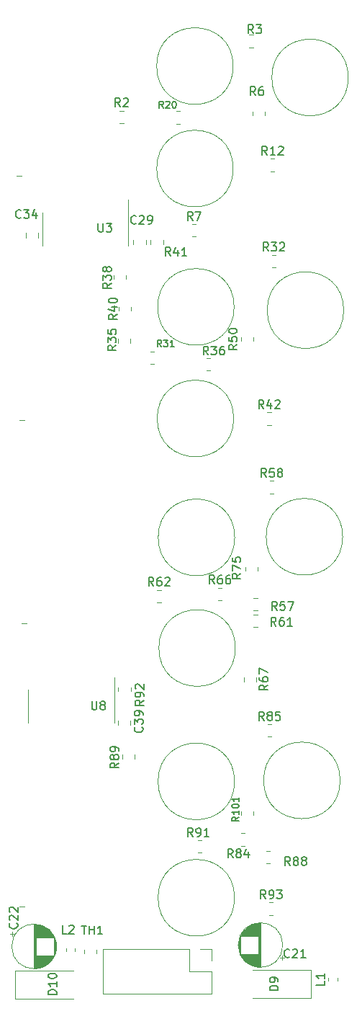
<source format=gbr>
%TF.GenerationSoftware,KiCad,Pcbnew,(6.0.2-0)*%
%TF.CreationDate,2022-04-19T15:29:28+02:00*%
%TF.ProjectId,blindeTaube,626c696e-6465-4546-9175-62652e6b6963,rev?*%
%TF.SameCoordinates,Original*%
%TF.FileFunction,Legend,Top*%
%TF.FilePolarity,Positive*%
%FSLAX46Y46*%
G04 Gerber Fmt 4.6, Leading zero omitted, Abs format (unit mm)*
G04 Created by KiCad (PCBNEW (6.0.2-0)) date 2022-04-19 15:29:28*
%MOMM*%
%LPD*%
G01*
G04 APERTURE LIST*
%ADD10C,0.150000*%
%ADD11C,0.120000*%
G04 APERTURE END LIST*
D10*
%TO.C,R6*%
X80183333Y-36752380D02*
X79850000Y-36276190D01*
X79611904Y-36752380D02*
X79611904Y-35752380D01*
X79992857Y-35752380D01*
X80088095Y-35800000D01*
X80135714Y-35847619D01*
X80183333Y-35942857D01*
X80183333Y-36085714D01*
X80135714Y-36180952D01*
X80088095Y-36228571D01*
X79992857Y-36276190D01*
X79611904Y-36276190D01*
X81040476Y-35752380D02*
X80850000Y-35752380D01*
X80754761Y-35800000D01*
X80707142Y-35847619D01*
X80611904Y-35990476D01*
X80564285Y-36180952D01*
X80564285Y-36561904D01*
X80611904Y-36657142D01*
X80659523Y-36704761D01*
X80754761Y-36752380D01*
X80945238Y-36752380D01*
X81040476Y-36704761D01*
X81088095Y-36657142D01*
X81135714Y-36561904D01*
X81135714Y-36323809D01*
X81088095Y-36228571D01*
X81040476Y-36180952D01*
X80945238Y-36133333D01*
X80754761Y-36133333D01*
X80659523Y-36180952D01*
X80611904Y-36228571D01*
X80564285Y-36323809D01*
%TO.C,R32*%
X81707142Y-55052380D02*
X81373809Y-54576190D01*
X81135714Y-55052380D02*
X81135714Y-54052380D01*
X81516666Y-54052380D01*
X81611904Y-54100000D01*
X81659523Y-54147619D01*
X81707142Y-54242857D01*
X81707142Y-54385714D01*
X81659523Y-54480952D01*
X81611904Y-54528571D01*
X81516666Y-54576190D01*
X81135714Y-54576190D01*
X82040476Y-54052380D02*
X82659523Y-54052380D01*
X82326190Y-54433333D01*
X82469047Y-54433333D01*
X82564285Y-54480952D01*
X82611904Y-54528571D01*
X82659523Y-54623809D01*
X82659523Y-54861904D01*
X82611904Y-54957142D01*
X82564285Y-55004761D01*
X82469047Y-55052380D01*
X82183333Y-55052380D01*
X82088095Y-55004761D01*
X82040476Y-54957142D01*
X83040476Y-54147619D02*
X83088095Y-54100000D01*
X83183333Y-54052380D01*
X83421428Y-54052380D01*
X83516666Y-54100000D01*
X83564285Y-54147619D01*
X83611904Y-54242857D01*
X83611904Y-54338095D01*
X83564285Y-54480952D01*
X82992857Y-55052380D01*
X83611904Y-55052380D01*
%TO.C,C34*%
X52607142Y-51107142D02*
X52559523Y-51154761D01*
X52416666Y-51202380D01*
X52321428Y-51202380D01*
X52178571Y-51154761D01*
X52083333Y-51059523D01*
X52035714Y-50964285D01*
X51988095Y-50773809D01*
X51988095Y-50630952D01*
X52035714Y-50440476D01*
X52083333Y-50345238D01*
X52178571Y-50250000D01*
X52321428Y-50202380D01*
X52416666Y-50202380D01*
X52559523Y-50250000D01*
X52607142Y-50297619D01*
X52940476Y-50202380D02*
X53559523Y-50202380D01*
X53226190Y-50583333D01*
X53369047Y-50583333D01*
X53464285Y-50630952D01*
X53511904Y-50678571D01*
X53559523Y-50773809D01*
X53559523Y-51011904D01*
X53511904Y-51107142D01*
X53464285Y-51154761D01*
X53369047Y-51202380D01*
X53083333Y-51202380D01*
X52988095Y-51154761D01*
X52940476Y-51107142D01*
X54416666Y-50535714D02*
X54416666Y-51202380D01*
X54178571Y-50154761D02*
X53940476Y-50869047D01*
X54559523Y-50869047D01*
%TO.C,C29*%
X66157142Y-51782142D02*
X66109523Y-51829761D01*
X65966666Y-51877380D01*
X65871428Y-51877380D01*
X65728571Y-51829761D01*
X65633333Y-51734523D01*
X65585714Y-51639285D01*
X65538095Y-51448809D01*
X65538095Y-51305952D01*
X65585714Y-51115476D01*
X65633333Y-51020238D01*
X65728571Y-50925000D01*
X65871428Y-50877380D01*
X65966666Y-50877380D01*
X66109523Y-50925000D01*
X66157142Y-50972619D01*
X66538095Y-50972619D02*
X66585714Y-50925000D01*
X66680952Y-50877380D01*
X66919047Y-50877380D01*
X67014285Y-50925000D01*
X67061904Y-50972619D01*
X67109523Y-51067857D01*
X67109523Y-51163095D01*
X67061904Y-51305952D01*
X66490476Y-51877380D01*
X67109523Y-51877380D01*
X67585714Y-51877380D02*
X67776190Y-51877380D01*
X67871428Y-51829761D01*
X67919047Y-51782142D01*
X68014285Y-51639285D01*
X68061904Y-51448809D01*
X68061904Y-51067857D01*
X68014285Y-50972619D01*
X67966666Y-50925000D01*
X67871428Y-50877380D01*
X67680952Y-50877380D01*
X67585714Y-50925000D01*
X67538095Y-50972619D01*
X67490476Y-51067857D01*
X67490476Y-51305952D01*
X67538095Y-51401190D01*
X67585714Y-51448809D01*
X67680952Y-51496428D01*
X67871428Y-51496428D01*
X67966666Y-51448809D01*
X68014285Y-51401190D01*
X68061904Y-51305952D01*
%TO.C,C22*%
X52122342Y-134043657D02*
X52169961Y-134091276D01*
X52217580Y-134234133D01*
X52217580Y-134329371D01*
X52169961Y-134472228D01*
X52074723Y-134567466D01*
X51979485Y-134615085D01*
X51789009Y-134662704D01*
X51646152Y-134662704D01*
X51455676Y-134615085D01*
X51360438Y-134567466D01*
X51265200Y-134472228D01*
X51217580Y-134329371D01*
X51217580Y-134234133D01*
X51265200Y-134091276D01*
X51312819Y-134043657D01*
X51312819Y-133662704D02*
X51265200Y-133615085D01*
X51217580Y-133519847D01*
X51217580Y-133281752D01*
X51265200Y-133186514D01*
X51312819Y-133138895D01*
X51408057Y-133091276D01*
X51503295Y-133091276D01*
X51646152Y-133138895D01*
X52217580Y-133710323D01*
X52217580Y-133091276D01*
X51312819Y-132710323D02*
X51265200Y-132662704D01*
X51217580Y-132567466D01*
X51217580Y-132329371D01*
X51265200Y-132234133D01*
X51312819Y-132186514D01*
X51408057Y-132138895D01*
X51503295Y-132138895D01*
X51646152Y-132186514D01*
X52217580Y-132757942D01*
X52217580Y-132138895D01*
%TO.C,R88*%
X84282142Y-127252380D02*
X83948809Y-126776190D01*
X83710714Y-127252380D02*
X83710714Y-126252380D01*
X84091666Y-126252380D01*
X84186904Y-126300000D01*
X84234523Y-126347619D01*
X84282142Y-126442857D01*
X84282142Y-126585714D01*
X84234523Y-126680952D01*
X84186904Y-126728571D01*
X84091666Y-126776190D01*
X83710714Y-126776190D01*
X84853571Y-126680952D02*
X84758333Y-126633333D01*
X84710714Y-126585714D01*
X84663095Y-126490476D01*
X84663095Y-126442857D01*
X84710714Y-126347619D01*
X84758333Y-126300000D01*
X84853571Y-126252380D01*
X85044047Y-126252380D01*
X85139285Y-126300000D01*
X85186904Y-126347619D01*
X85234523Y-126442857D01*
X85234523Y-126490476D01*
X85186904Y-126585714D01*
X85139285Y-126633333D01*
X85044047Y-126680952D01*
X84853571Y-126680952D01*
X84758333Y-126728571D01*
X84710714Y-126776190D01*
X84663095Y-126871428D01*
X84663095Y-127061904D01*
X84710714Y-127157142D01*
X84758333Y-127204761D01*
X84853571Y-127252380D01*
X85044047Y-127252380D01*
X85139285Y-127204761D01*
X85186904Y-127157142D01*
X85234523Y-127061904D01*
X85234523Y-126871428D01*
X85186904Y-126776190D01*
X85139285Y-126728571D01*
X85044047Y-126680952D01*
X85805952Y-126680952D02*
X85710714Y-126633333D01*
X85663095Y-126585714D01*
X85615476Y-126490476D01*
X85615476Y-126442857D01*
X85663095Y-126347619D01*
X85710714Y-126300000D01*
X85805952Y-126252380D01*
X85996428Y-126252380D01*
X86091666Y-126300000D01*
X86139285Y-126347619D01*
X86186904Y-126442857D01*
X86186904Y-126490476D01*
X86139285Y-126585714D01*
X86091666Y-126633333D01*
X85996428Y-126680952D01*
X85805952Y-126680952D01*
X85710714Y-126728571D01*
X85663095Y-126776190D01*
X85615476Y-126871428D01*
X85615476Y-127061904D01*
X85663095Y-127157142D01*
X85710714Y-127204761D01*
X85805952Y-127252380D01*
X85996428Y-127252380D01*
X86091666Y-127204761D01*
X86139285Y-127157142D01*
X86186904Y-127061904D01*
X86186904Y-126871428D01*
X86139285Y-126776190D01*
X86091666Y-126728571D01*
X85996428Y-126680952D01*
%TO.C,R50*%
X78024980Y-66057257D02*
X77548790Y-66390590D01*
X78024980Y-66628685D02*
X77024980Y-66628685D01*
X77024980Y-66247733D01*
X77072600Y-66152495D01*
X77120219Y-66104876D01*
X77215457Y-66057257D01*
X77358314Y-66057257D01*
X77453552Y-66104876D01*
X77501171Y-66152495D01*
X77548790Y-66247733D01*
X77548790Y-66628685D01*
X77024980Y-65152495D02*
X77024980Y-65628685D01*
X77501171Y-65676304D01*
X77453552Y-65628685D01*
X77405933Y-65533447D01*
X77405933Y-65295352D01*
X77453552Y-65200114D01*
X77501171Y-65152495D01*
X77596409Y-65104876D01*
X77834504Y-65104876D01*
X77929742Y-65152495D01*
X77977361Y-65200114D01*
X78024980Y-65295352D01*
X78024980Y-65533447D01*
X77977361Y-65628685D01*
X77929742Y-65676304D01*
X77024980Y-64485828D02*
X77024980Y-64390590D01*
X77072600Y-64295352D01*
X77120219Y-64247733D01*
X77215457Y-64200114D01*
X77405933Y-64152495D01*
X77644028Y-64152495D01*
X77834504Y-64200114D01*
X77929742Y-64247733D01*
X77977361Y-64295352D01*
X78024980Y-64390590D01*
X78024980Y-64485828D01*
X77977361Y-64581066D01*
X77929742Y-64628685D01*
X77834504Y-64676304D01*
X77644028Y-64723923D01*
X77405933Y-64723923D01*
X77215457Y-64676304D01*
X77120219Y-64628685D01*
X77072600Y-64581066D01*
X77024980Y-64485828D01*
%TO.C,R89*%
X64102380Y-115192857D02*
X63626190Y-115526190D01*
X64102380Y-115764285D02*
X63102380Y-115764285D01*
X63102380Y-115383333D01*
X63150000Y-115288095D01*
X63197619Y-115240476D01*
X63292857Y-115192857D01*
X63435714Y-115192857D01*
X63530952Y-115240476D01*
X63578571Y-115288095D01*
X63626190Y-115383333D01*
X63626190Y-115764285D01*
X63530952Y-114621428D02*
X63483333Y-114716666D01*
X63435714Y-114764285D01*
X63340476Y-114811904D01*
X63292857Y-114811904D01*
X63197619Y-114764285D01*
X63150000Y-114716666D01*
X63102380Y-114621428D01*
X63102380Y-114430952D01*
X63150000Y-114335714D01*
X63197619Y-114288095D01*
X63292857Y-114240476D01*
X63340476Y-114240476D01*
X63435714Y-114288095D01*
X63483333Y-114335714D01*
X63530952Y-114430952D01*
X63530952Y-114621428D01*
X63578571Y-114716666D01*
X63626190Y-114764285D01*
X63721428Y-114811904D01*
X63911904Y-114811904D01*
X64007142Y-114764285D01*
X64054761Y-114716666D01*
X64102380Y-114621428D01*
X64102380Y-114430952D01*
X64054761Y-114335714D01*
X64007142Y-114288095D01*
X63911904Y-114240476D01*
X63721428Y-114240476D01*
X63626190Y-114288095D01*
X63578571Y-114335714D01*
X63530952Y-114430952D01*
X64102380Y-113764285D02*
X64102380Y-113573809D01*
X64054761Y-113478571D01*
X64007142Y-113430952D01*
X63864285Y-113335714D01*
X63673809Y-113288095D01*
X63292857Y-113288095D01*
X63197619Y-113335714D01*
X63150000Y-113383333D01*
X63102380Y-113478571D01*
X63102380Y-113669047D01*
X63150000Y-113764285D01*
X63197619Y-113811904D01*
X63292857Y-113859523D01*
X63530952Y-113859523D01*
X63626190Y-113811904D01*
X63673809Y-113764285D01*
X63721428Y-113669047D01*
X63721428Y-113478571D01*
X63673809Y-113383333D01*
X63626190Y-113335714D01*
X63530952Y-113288095D01*
%TO.C,TH1*%
X59725085Y-134326380D02*
X60296514Y-134326380D01*
X60010800Y-135326380D02*
X60010800Y-134326380D01*
X60629847Y-135326380D02*
X60629847Y-134326380D01*
X60629847Y-134802571D02*
X61201276Y-134802571D01*
X61201276Y-135326380D02*
X61201276Y-134326380D01*
X62201276Y-135326380D02*
X61629847Y-135326380D01*
X61915561Y-135326380D02*
X61915561Y-134326380D01*
X61820323Y-134469238D01*
X61725085Y-134564476D01*
X61629847Y-134612095D01*
%TO.C,R75*%
X78452380Y-92942857D02*
X77976190Y-93276190D01*
X78452380Y-93514285D02*
X77452380Y-93514285D01*
X77452380Y-93133333D01*
X77500000Y-93038095D01*
X77547619Y-92990476D01*
X77642857Y-92942857D01*
X77785714Y-92942857D01*
X77880952Y-92990476D01*
X77928571Y-93038095D01*
X77976190Y-93133333D01*
X77976190Y-93514285D01*
X77452380Y-92609523D02*
X77452380Y-91942857D01*
X78452380Y-92371428D01*
X77452380Y-91085714D02*
X77452380Y-91561904D01*
X77928571Y-91609523D01*
X77880952Y-91561904D01*
X77833333Y-91466666D01*
X77833333Y-91228571D01*
X77880952Y-91133333D01*
X77928571Y-91085714D01*
X78023809Y-91038095D01*
X78261904Y-91038095D01*
X78357142Y-91085714D01*
X78404761Y-91133333D01*
X78452380Y-91228571D01*
X78452380Y-91466666D01*
X78404761Y-91561904D01*
X78357142Y-91609523D01*
%TO.C,R38*%
X63227380Y-58817857D02*
X62751190Y-59151190D01*
X63227380Y-59389285D02*
X62227380Y-59389285D01*
X62227380Y-59008333D01*
X62275000Y-58913095D01*
X62322619Y-58865476D01*
X62417857Y-58817857D01*
X62560714Y-58817857D01*
X62655952Y-58865476D01*
X62703571Y-58913095D01*
X62751190Y-59008333D01*
X62751190Y-59389285D01*
X62227380Y-58484523D02*
X62227380Y-57865476D01*
X62608333Y-58198809D01*
X62608333Y-58055952D01*
X62655952Y-57960714D01*
X62703571Y-57913095D01*
X62798809Y-57865476D01*
X63036904Y-57865476D01*
X63132142Y-57913095D01*
X63179761Y-57960714D01*
X63227380Y-58055952D01*
X63227380Y-58341666D01*
X63179761Y-58436904D01*
X63132142Y-58484523D01*
X62655952Y-57294047D02*
X62608333Y-57389285D01*
X62560714Y-57436904D01*
X62465476Y-57484523D01*
X62417857Y-57484523D01*
X62322619Y-57436904D01*
X62275000Y-57389285D01*
X62227380Y-57294047D01*
X62227380Y-57103571D01*
X62275000Y-57008333D01*
X62322619Y-56960714D01*
X62417857Y-56913095D01*
X62465476Y-56913095D01*
X62560714Y-56960714D01*
X62608333Y-57008333D01*
X62655952Y-57103571D01*
X62655952Y-57294047D01*
X62703571Y-57389285D01*
X62751190Y-57436904D01*
X62846428Y-57484523D01*
X63036904Y-57484523D01*
X63132142Y-57436904D01*
X63179761Y-57389285D01*
X63227380Y-57294047D01*
X63227380Y-57103571D01*
X63179761Y-57008333D01*
X63132142Y-56960714D01*
X63036904Y-56913095D01*
X62846428Y-56913095D01*
X62751190Y-56960714D01*
X62703571Y-57008333D01*
X62655952Y-57103571D01*
%TO.C,R2*%
X64283333Y-38102380D02*
X63950000Y-37626190D01*
X63711904Y-38102380D02*
X63711904Y-37102380D01*
X64092857Y-37102380D01*
X64188095Y-37150000D01*
X64235714Y-37197619D01*
X64283333Y-37292857D01*
X64283333Y-37435714D01*
X64235714Y-37530952D01*
X64188095Y-37578571D01*
X64092857Y-37626190D01*
X63711904Y-37626190D01*
X64664285Y-37197619D02*
X64711904Y-37150000D01*
X64807142Y-37102380D01*
X65045238Y-37102380D01*
X65140476Y-37150000D01*
X65188095Y-37197619D01*
X65235714Y-37292857D01*
X65235714Y-37388095D01*
X65188095Y-37530952D01*
X64616666Y-38102380D01*
X65235714Y-38102380D01*
%TO.C,R66*%
X75369942Y-94153980D02*
X75036609Y-93677790D01*
X74798514Y-94153980D02*
X74798514Y-93153980D01*
X75179466Y-93153980D01*
X75274704Y-93201600D01*
X75322323Y-93249219D01*
X75369942Y-93344457D01*
X75369942Y-93487314D01*
X75322323Y-93582552D01*
X75274704Y-93630171D01*
X75179466Y-93677790D01*
X74798514Y-93677790D01*
X76227085Y-93153980D02*
X76036609Y-93153980D01*
X75941371Y-93201600D01*
X75893752Y-93249219D01*
X75798514Y-93392076D01*
X75750895Y-93582552D01*
X75750895Y-93963504D01*
X75798514Y-94058742D01*
X75846133Y-94106361D01*
X75941371Y-94153980D01*
X76131847Y-94153980D01*
X76227085Y-94106361D01*
X76274704Y-94058742D01*
X76322323Y-93963504D01*
X76322323Y-93725409D01*
X76274704Y-93630171D01*
X76227085Y-93582552D01*
X76131847Y-93534933D01*
X75941371Y-93534933D01*
X75846133Y-93582552D01*
X75798514Y-93630171D01*
X75750895Y-93725409D01*
X77179466Y-93153980D02*
X76988990Y-93153980D01*
X76893752Y-93201600D01*
X76846133Y-93249219D01*
X76750895Y-93392076D01*
X76703276Y-93582552D01*
X76703276Y-93963504D01*
X76750895Y-94058742D01*
X76798514Y-94106361D01*
X76893752Y-94153980D01*
X77084228Y-94153980D01*
X77179466Y-94106361D01*
X77227085Y-94058742D01*
X77274704Y-93963504D01*
X77274704Y-93725409D01*
X77227085Y-93630171D01*
X77179466Y-93582552D01*
X77084228Y-93534933D01*
X76893752Y-93534933D01*
X76798514Y-93582552D01*
X76750895Y-93630171D01*
X76703276Y-93725409D01*
%TO.C,U8*%
X60938095Y-107952380D02*
X60938095Y-108761904D01*
X60985714Y-108857142D01*
X61033333Y-108904761D01*
X61128571Y-108952380D01*
X61319047Y-108952380D01*
X61414285Y-108904761D01*
X61461904Y-108857142D01*
X61509523Y-108761904D01*
X61509523Y-107952380D01*
X62128571Y-108380952D02*
X62033333Y-108333333D01*
X61985714Y-108285714D01*
X61938095Y-108190476D01*
X61938095Y-108142857D01*
X61985714Y-108047619D01*
X62033333Y-108000000D01*
X62128571Y-107952380D01*
X62319047Y-107952380D01*
X62414285Y-108000000D01*
X62461904Y-108047619D01*
X62509523Y-108142857D01*
X62509523Y-108190476D01*
X62461904Y-108285714D01*
X62414285Y-108333333D01*
X62319047Y-108380952D01*
X62128571Y-108380952D01*
X62033333Y-108428571D01*
X61985714Y-108476190D01*
X61938095Y-108571428D01*
X61938095Y-108761904D01*
X61985714Y-108857142D01*
X62033333Y-108904761D01*
X62128571Y-108952380D01*
X62319047Y-108952380D01*
X62414285Y-108904761D01*
X62461904Y-108857142D01*
X62509523Y-108761904D01*
X62509523Y-108571428D01*
X62461904Y-108476190D01*
X62414285Y-108428571D01*
X62319047Y-108380952D01*
%TO.C,R85*%
X81207142Y-110202380D02*
X80873809Y-109726190D01*
X80635714Y-110202380D02*
X80635714Y-109202380D01*
X81016666Y-109202380D01*
X81111904Y-109250000D01*
X81159523Y-109297619D01*
X81207142Y-109392857D01*
X81207142Y-109535714D01*
X81159523Y-109630952D01*
X81111904Y-109678571D01*
X81016666Y-109726190D01*
X80635714Y-109726190D01*
X81778571Y-109630952D02*
X81683333Y-109583333D01*
X81635714Y-109535714D01*
X81588095Y-109440476D01*
X81588095Y-109392857D01*
X81635714Y-109297619D01*
X81683333Y-109250000D01*
X81778571Y-109202380D01*
X81969047Y-109202380D01*
X82064285Y-109250000D01*
X82111904Y-109297619D01*
X82159523Y-109392857D01*
X82159523Y-109440476D01*
X82111904Y-109535714D01*
X82064285Y-109583333D01*
X81969047Y-109630952D01*
X81778571Y-109630952D01*
X81683333Y-109678571D01*
X81635714Y-109726190D01*
X81588095Y-109821428D01*
X81588095Y-110011904D01*
X81635714Y-110107142D01*
X81683333Y-110154761D01*
X81778571Y-110202380D01*
X81969047Y-110202380D01*
X82064285Y-110154761D01*
X82111904Y-110107142D01*
X82159523Y-110011904D01*
X82159523Y-109821428D01*
X82111904Y-109726190D01*
X82064285Y-109678571D01*
X81969047Y-109630952D01*
X83064285Y-109202380D02*
X82588095Y-109202380D01*
X82540476Y-109678571D01*
X82588095Y-109630952D01*
X82683333Y-109583333D01*
X82921428Y-109583333D01*
X83016666Y-109630952D01*
X83064285Y-109678571D01*
X83111904Y-109773809D01*
X83111904Y-110011904D01*
X83064285Y-110107142D01*
X83016666Y-110154761D01*
X82921428Y-110202380D01*
X82683333Y-110202380D01*
X82588095Y-110154761D01*
X82540476Y-110107142D01*
%TO.C,R61*%
X82607142Y-99102380D02*
X82273809Y-98626190D01*
X82035714Y-99102380D02*
X82035714Y-98102380D01*
X82416666Y-98102380D01*
X82511904Y-98150000D01*
X82559523Y-98197619D01*
X82607142Y-98292857D01*
X82607142Y-98435714D01*
X82559523Y-98530952D01*
X82511904Y-98578571D01*
X82416666Y-98626190D01*
X82035714Y-98626190D01*
X83464285Y-98102380D02*
X83273809Y-98102380D01*
X83178571Y-98150000D01*
X83130952Y-98197619D01*
X83035714Y-98340476D01*
X82988095Y-98530952D01*
X82988095Y-98911904D01*
X83035714Y-99007142D01*
X83083333Y-99054761D01*
X83178571Y-99102380D01*
X83369047Y-99102380D01*
X83464285Y-99054761D01*
X83511904Y-99007142D01*
X83559523Y-98911904D01*
X83559523Y-98673809D01*
X83511904Y-98578571D01*
X83464285Y-98530952D01*
X83369047Y-98483333D01*
X83178571Y-98483333D01*
X83083333Y-98530952D01*
X83035714Y-98578571D01*
X82988095Y-98673809D01*
X84511904Y-99102380D02*
X83940476Y-99102380D01*
X84226190Y-99102380D02*
X84226190Y-98102380D01*
X84130952Y-98245238D01*
X84035714Y-98340476D01*
X83940476Y-98388095D01*
%TO.C,C21*%
X84193142Y-137974342D02*
X84145523Y-138021961D01*
X84002666Y-138069580D01*
X83907428Y-138069580D01*
X83764571Y-138021961D01*
X83669333Y-137926723D01*
X83621714Y-137831485D01*
X83574095Y-137641009D01*
X83574095Y-137498152D01*
X83621714Y-137307676D01*
X83669333Y-137212438D01*
X83764571Y-137117200D01*
X83907428Y-137069580D01*
X84002666Y-137069580D01*
X84145523Y-137117200D01*
X84193142Y-137164819D01*
X84574095Y-137164819D02*
X84621714Y-137117200D01*
X84716952Y-137069580D01*
X84955047Y-137069580D01*
X85050285Y-137117200D01*
X85097904Y-137164819D01*
X85145523Y-137260057D01*
X85145523Y-137355295D01*
X85097904Y-137498152D01*
X84526476Y-138069580D01*
X85145523Y-138069580D01*
X86097904Y-138069580D02*
X85526476Y-138069580D01*
X85812190Y-138069580D02*
X85812190Y-137069580D01*
X85716952Y-137212438D01*
X85621714Y-137307676D01*
X85526476Y-137355295D01*
%TO.C,R40*%
X63902380Y-62492857D02*
X63426190Y-62826190D01*
X63902380Y-63064285D02*
X62902380Y-63064285D01*
X62902380Y-62683333D01*
X62950000Y-62588095D01*
X62997619Y-62540476D01*
X63092857Y-62492857D01*
X63235714Y-62492857D01*
X63330952Y-62540476D01*
X63378571Y-62588095D01*
X63426190Y-62683333D01*
X63426190Y-63064285D01*
X63235714Y-61635714D02*
X63902380Y-61635714D01*
X62854761Y-61873809D02*
X63569047Y-62111904D01*
X63569047Y-61492857D01*
X62902380Y-60921428D02*
X62902380Y-60826190D01*
X62950000Y-60730952D01*
X62997619Y-60683333D01*
X63092857Y-60635714D01*
X63283333Y-60588095D01*
X63521428Y-60588095D01*
X63711904Y-60635714D01*
X63807142Y-60683333D01*
X63854761Y-60730952D01*
X63902380Y-60826190D01*
X63902380Y-60921428D01*
X63854761Y-61016666D01*
X63807142Y-61064285D01*
X63711904Y-61111904D01*
X63521428Y-61159523D01*
X63283333Y-61159523D01*
X63092857Y-61111904D01*
X62997619Y-61064285D01*
X62950000Y-61016666D01*
X62902380Y-60921428D01*
%TO.C,R12*%
X81560942Y-43760380D02*
X81227609Y-43284190D01*
X80989514Y-43760380D02*
X80989514Y-42760380D01*
X81370466Y-42760380D01*
X81465704Y-42808000D01*
X81513323Y-42855619D01*
X81560942Y-42950857D01*
X81560942Y-43093714D01*
X81513323Y-43188952D01*
X81465704Y-43236571D01*
X81370466Y-43284190D01*
X80989514Y-43284190D01*
X82513323Y-43760380D02*
X81941895Y-43760380D01*
X82227609Y-43760380D02*
X82227609Y-42760380D01*
X82132371Y-42903238D01*
X82037133Y-42998476D01*
X81941895Y-43046095D01*
X82894276Y-42855619D02*
X82941895Y-42808000D01*
X83037133Y-42760380D01*
X83275228Y-42760380D01*
X83370466Y-42808000D01*
X83418085Y-42855619D01*
X83465704Y-42950857D01*
X83465704Y-43046095D01*
X83418085Y-43188952D01*
X82846657Y-43760380D01*
X83465704Y-43760380D01*
%TO.C,U3*%
X61688095Y-51802380D02*
X61688095Y-52611904D01*
X61735714Y-52707142D01*
X61783333Y-52754761D01*
X61878571Y-52802380D01*
X62069047Y-52802380D01*
X62164285Y-52754761D01*
X62211904Y-52707142D01*
X62259523Y-52611904D01*
X62259523Y-51802380D01*
X62640476Y-51802380D02*
X63259523Y-51802380D01*
X62926190Y-52183333D01*
X63069047Y-52183333D01*
X63164285Y-52230952D01*
X63211904Y-52278571D01*
X63259523Y-52373809D01*
X63259523Y-52611904D01*
X63211904Y-52707142D01*
X63164285Y-52754761D01*
X63069047Y-52802380D01*
X62783333Y-52802380D01*
X62688095Y-52754761D01*
X62640476Y-52707142D01*
%TO.C,C39*%
X66857142Y-110992857D02*
X66904761Y-111040476D01*
X66952380Y-111183333D01*
X66952380Y-111278571D01*
X66904761Y-111421428D01*
X66809523Y-111516666D01*
X66714285Y-111564285D01*
X66523809Y-111611904D01*
X66380952Y-111611904D01*
X66190476Y-111564285D01*
X66095238Y-111516666D01*
X66000000Y-111421428D01*
X65952380Y-111278571D01*
X65952380Y-111183333D01*
X66000000Y-111040476D01*
X66047619Y-110992857D01*
X65952380Y-110659523D02*
X65952380Y-110040476D01*
X66333333Y-110373809D01*
X66333333Y-110230952D01*
X66380952Y-110135714D01*
X66428571Y-110088095D01*
X66523809Y-110040476D01*
X66761904Y-110040476D01*
X66857142Y-110088095D01*
X66904761Y-110135714D01*
X66952380Y-110230952D01*
X66952380Y-110516666D01*
X66904761Y-110611904D01*
X66857142Y-110659523D01*
X66952380Y-109564285D02*
X66952380Y-109373809D01*
X66904761Y-109278571D01*
X66857142Y-109230952D01*
X66714285Y-109135714D01*
X66523809Y-109088095D01*
X66142857Y-109088095D01*
X66047619Y-109135714D01*
X66000000Y-109183333D01*
X65952380Y-109278571D01*
X65952380Y-109469047D01*
X66000000Y-109564285D01*
X66047619Y-109611904D01*
X66142857Y-109659523D01*
X66380952Y-109659523D01*
X66476190Y-109611904D01*
X66523809Y-109564285D01*
X66571428Y-109469047D01*
X66571428Y-109278571D01*
X66523809Y-109183333D01*
X66476190Y-109135714D01*
X66380952Y-109088095D01*
%TO.C,R57*%
X82707142Y-97252380D02*
X82373809Y-96776190D01*
X82135714Y-97252380D02*
X82135714Y-96252380D01*
X82516666Y-96252380D01*
X82611904Y-96300000D01*
X82659523Y-96347619D01*
X82707142Y-96442857D01*
X82707142Y-96585714D01*
X82659523Y-96680952D01*
X82611904Y-96728571D01*
X82516666Y-96776190D01*
X82135714Y-96776190D01*
X83611904Y-96252380D02*
X83135714Y-96252380D01*
X83088095Y-96728571D01*
X83135714Y-96680952D01*
X83230952Y-96633333D01*
X83469047Y-96633333D01*
X83564285Y-96680952D01*
X83611904Y-96728571D01*
X83659523Y-96823809D01*
X83659523Y-97061904D01*
X83611904Y-97157142D01*
X83564285Y-97204761D01*
X83469047Y-97252380D01*
X83230952Y-97252380D01*
X83135714Y-97204761D01*
X83088095Y-97157142D01*
X83992857Y-96252380D02*
X84659523Y-96252380D01*
X84230952Y-97252380D01*
%TO.C,R41*%
X70207142Y-55627380D02*
X69873809Y-55151190D01*
X69635714Y-55627380D02*
X69635714Y-54627380D01*
X70016666Y-54627380D01*
X70111904Y-54675000D01*
X70159523Y-54722619D01*
X70207142Y-54817857D01*
X70207142Y-54960714D01*
X70159523Y-55055952D01*
X70111904Y-55103571D01*
X70016666Y-55151190D01*
X69635714Y-55151190D01*
X71064285Y-54960714D02*
X71064285Y-55627380D01*
X70826190Y-54579761D02*
X70588095Y-55294047D01*
X71207142Y-55294047D01*
X72111904Y-55627380D02*
X71540476Y-55627380D01*
X71826190Y-55627380D02*
X71826190Y-54627380D01*
X71730952Y-54770238D01*
X71635714Y-54865476D01*
X71540476Y-54913095D01*
%TO.C,R36*%
X74632142Y-67252380D02*
X74298809Y-66776190D01*
X74060714Y-67252380D02*
X74060714Y-66252380D01*
X74441666Y-66252380D01*
X74536904Y-66300000D01*
X74584523Y-66347619D01*
X74632142Y-66442857D01*
X74632142Y-66585714D01*
X74584523Y-66680952D01*
X74536904Y-66728571D01*
X74441666Y-66776190D01*
X74060714Y-66776190D01*
X74965476Y-66252380D02*
X75584523Y-66252380D01*
X75251190Y-66633333D01*
X75394047Y-66633333D01*
X75489285Y-66680952D01*
X75536904Y-66728571D01*
X75584523Y-66823809D01*
X75584523Y-67061904D01*
X75536904Y-67157142D01*
X75489285Y-67204761D01*
X75394047Y-67252380D01*
X75108333Y-67252380D01*
X75013095Y-67204761D01*
X74965476Y-67157142D01*
X76441666Y-66252380D02*
X76251190Y-66252380D01*
X76155952Y-66300000D01*
X76108333Y-66347619D01*
X76013095Y-66490476D01*
X75965476Y-66680952D01*
X75965476Y-67061904D01*
X76013095Y-67157142D01*
X76060714Y-67204761D01*
X76155952Y-67252380D01*
X76346428Y-67252380D01*
X76441666Y-67204761D01*
X76489285Y-67157142D01*
X76536904Y-67061904D01*
X76536904Y-66823809D01*
X76489285Y-66728571D01*
X76441666Y-66680952D01*
X76346428Y-66633333D01*
X76155952Y-66633333D01*
X76060714Y-66680952D01*
X76013095Y-66728571D01*
X75965476Y-66823809D01*
%TO.C,L2*%
X57983333Y-135252380D02*
X57507142Y-135252380D01*
X57507142Y-134252380D01*
X58269047Y-134347619D02*
X58316666Y-134300000D01*
X58411904Y-134252380D01*
X58650000Y-134252380D01*
X58745238Y-134300000D01*
X58792857Y-134347619D01*
X58840476Y-134442857D01*
X58840476Y-134538095D01*
X58792857Y-134680952D01*
X58221428Y-135252380D01*
X58840476Y-135252380D01*
%TO.C,R35*%
X63802380Y-66142857D02*
X63326190Y-66476190D01*
X63802380Y-66714285D02*
X62802380Y-66714285D01*
X62802380Y-66333333D01*
X62850000Y-66238095D01*
X62897619Y-66190476D01*
X62992857Y-66142857D01*
X63135714Y-66142857D01*
X63230952Y-66190476D01*
X63278571Y-66238095D01*
X63326190Y-66333333D01*
X63326190Y-66714285D01*
X62802380Y-65809523D02*
X62802380Y-65190476D01*
X63183333Y-65523809D01*
X63183333Y-65380952D01*
X63230952Y-65285714D01*
X63278571Y-65238095D01*
X63373809Y-65190476D01*
X63611904Y-65190476D01*
X63707142Y-65238095D01*
X63754761Y-65285714D01*
X63802380Y-65380952D01*
X63802380Y-65666666D01*
X63754761Y-65761904D01*
X63707142Y-65809523D01*
X62802380Y-64285714D02*
X62802380Y-64761904D01*
X63278571Y-64809523D01*
X63230952Y-64761904D01*
X63183333Y-64666666D01*
X63183333Y-64428571D01*
X63230952Y-64333333D01*
X63278571Y-64285714D01*
X63373809Y-64238095D01*
X63611904Y-64238095D01*
X63707142Y-64285714D01*
X63754761Y-64333333D01*
X63802380Y-64428571D01*
X63802380Y-64666666D01*
X63754761Y-64761904D01*
X63707142Y-64809523D01*
%TO.C,D10*%
X56802380Y-142414285D02*
X55802380Y-142414285D01*
X55802380Y-142176190D01*
X55850000Y-142033333D01*
X55945238Y-141938095D01*
X56040476Y-141890476D01*
X56230952Y-141842857D01*
X56373809Y-141842857D01*
X56564285Y-141890476D01*
X56659523Y-141938095D01*
X56754761Y-142033333D01*
X56802380Y-142176190D01*
X56802380Y-142414285D01*
X56802380Y-140890476D02*
X56802380Y-141461904D01*
X56802380Y-141176190D02*
X55802380Y-141176190D01*
X55945238Y-141271428D01*
X56040476Y-141366666D01*
X56088095Y-141461904D01*
X55802380Y-140271428D02*
X55802380Y-140176190D01*
X55850000Y-140080952D01*
X55897619Y-140033333D01*
X55992857Y-139985714D01*
X56183333Y-139938095D01*
X56421428Y-139938095D01*
X56611904Y-139985714D01*
X56707142Y-140033333D01*
X56754761Y-140080952D01*
X56802380Y-140176190D01*
X56802380Y-140271428D01*
X56754761Y-140366666D01*
X56707142Y-140414285D01*
X56611904Y-140461904D01*
X56421428Y-140509523D01*
X56183333Y-140509523D01*
X55992857Y-140461904D01*
X55897619Y-140414285D01*
X55850000Y-140366666D01*
X55802380Y-140271428D01*
%TO.C,R62*%
X68207142Y-94402380D02*
X67873809Y-93926190D01*
X67635714Y-94402380D02*
X67635714Y-93402380D01*
X68016666Y-93402380D01*
X68111904Y-93450000D01*
X68159523Y-93497619D01*
X68207142Y-93592857D01*
X68207142Y-93735714D01*
X68159523Y-93830952D01*
X68111904Y-93878571D01*
X68016666Y-93926190D01*
X67635714Y-93926190D01*
X69064285Y-93402380D02*
X68873809Y-93402380D01*
X68778571Y-93450000D01*
X68730952Y-93497619D01*
X68635714Y-93640476D01*
X68588095Y-93830952D01*
X68588095Y-94211904D01*
X68635714Y-94307142D01*
X68683333Y-94354761D01*
X68778571Y-94402380D01*
X68969047Y-94402380D01*
X69064285Y-94354761D01*
X69111904Y-94307142D01*
X69159523Y-94211904D01*
X69159523Y-93973809D01*
X69111904Y-93878571D01*
X69064285Y-93830952D01*
X68969047Y-93783333D01*
X68778571Y-93783333D01*
X68683333Y-93830952D01*
X68635714Y-93878571D01*
X68588095Y-93973809D01*
X69540476Y-93497619D02*
X69588095Y-93450000D01*
X69683333Y-93402380D01*
X69921428Y-93402380D01*
X70016666Y-93450000D01*
X70064285Y-93497619D01*
X70111904Y-93592857D01*
X70111904Y-93688095D01*
X70064285Y-93830952D01*
X69492857Y-94402380D01*
X70111904Y-94402380D01*
%TO.C,R20*%
X69335714Y-38261904D02*
X69069047Y-37880952D01*
X68878571Y-38261904D02*
X68878571Y-37461904D01*
X69183333Y-37461904D01*
X69259523Y-37500000D01*
X69297619Y-37538095D01*
X69335714Y-37614285D01*
X69335714Y-37728571D01*
X69297619Y-37804761D01*
X69259523Y-37842857D01*
X69183333Y-37880952D01*
X68878571Y-37880952D01*
X69640476Y-37538095D02*
X69678571Y-37500000D01*
X69754761Y-37461904D01*
X69945238Y-37461904D01*
X70021428Y-37500000D01*
X70059523Y-37538095D01*
X70097619Y-37614285D01*
X70097619Y-37690476D01*
X70059523Y-37804761D01*
X69602380Y-38261904D01*
X70097619Y-38261904D01*
X70592857Y-37461904D02*
X70669047Y-37461904D01*
X70745238Y-37500000D01*
X70783333Y-37538095D01*
X70821428Y-37614285D01*
X70859523Y-37766666D01*
X70859523Y-37957142D01*
X70821428Y-38109523D01*
X70783333Y-38185714D01*
X70745238Y-38223809D01*
X70669047Y-38261904D01*
X70592857Y-38261904D01*
X70516666Y-38223809D01*
X70478571Y-38185714D01*
X70440476Y-38109523D01*
X70402380Y-37957142D01*
X70402380Y-37766666D01*
X70440476Y-37614285D01*
X70478571Y-37538095D01*
X70516666Y-37500000D01*
X70592857Y-37461904D01*
%TO.C,R67*%
X81652380Y-106042857D02*
X81176190Y-106376190D01*
X81652380Y-106614285D02*
X80652380Y-106614285D01*
X80652380Y-106233333D01*
X80700000Y-106138095D01*
X80747619Y-106090476D01*
X80842857Y-106042857D01*
X80985714Y-106042857D01*
X81080952Y-106090476D01*
X81128571Y-106138095D01*
X81176190Y-106233333D01*
X81176190Y-106614285D01*
X80652380Y-105185714D02*
X80652380Y-105376190D01*
X80700000Y-105471428D01*
X80747619Y-105519047D01*
X80890476Y-105614285D01*
X81080952Y-105661904D01*
X81461904Y-105661904D01*
X81557142Y-105614285D01*
X81604761Y-105566666D01*
X81652380Y-105471428D01*
X81652380Y-105280952D01*
X81604761Y-105185714D01*
X81557142Y-105138095D01*
X81461904Y-105090476D01*
X81223809Y-105090476D01*
X81128571Y-105138095D01*
X81080952Y-105185714D01*
X81033333Y-105280952D01*
X81033333Y-105471428D01*
X81080952Y-105566666D01*
X81128571Y-105614285D01*
X81223809Y-105661904D01*
X80652380Y-104757142D02*
X80652380Y-104090476D01*
X81652380Y-104519047D01*
%TO.C,D9*%
X82852380Y-141938095D02*
X81852380Y-141938095D01*
X81852380Y-141700000D01*
X81900000Y-141557142D01*
X81995238Y-141461904D01*
X82090476Y-141414285D01*
X82280952Y-141366666D01*
X82423809Y-141366666D01*
X82614285Y-141414285D01*
X82709523Y-141461904D01*
X82804761Y-141557142D01*
X82852380Y-141700000D01*
X82852380Y-141938095D01*
X82852380Y-140890476D02*
X82852380Y-140700000D01*
X82804761Y-140604761D01*
X82757142Y-140557142D01*
X82614285Y-140461904D01*
X82423809Y-140414285D01*
X82042857Y-140414285D01*
X81947619Y-140461904D01*
X81900000Y-140509523D01*
X81852380Y-140604761D01*
X81852380Y-140795238D01*
X81900000Y-140890476D01*
X81947619Y-140938095D01*
X82042857Y-140985714D01*
X82280952Y-140985714D01*
X82376190Y-140938095D01*
X82423809Y-140890476D01*
X82471428Y-140795238D01*
X82471428Y-140604761D01*
X82423809Y-140509523D01*
X82376190Y-140461904D01*
X82280952Y-140414285D01*
%TO.C,R91*%
X72826142Y-123852380D02*
X72492809Y-123376190D01*
X72254714Y-123852380D02*
X72254714Y-122852380D01*
X72635666Y-122852380D01*
X72730904Y-122900000D01*
X72778523Y-122947619D01*
X72826142Y-123042857D01*
X72826142Y-123185714D01*
X72778523Y-123280952D01*
X72730904Y-123328571D01*
X72635666Y-123376190D01*
X72254714Y-123376190D01*
X73302333Y-123852380D02*
X73492809Y-123852380D01*
X73588047Y-123804761D01*
X73635666Y-123757142D01*
X73730904Y-123614285D01*
X73778523Y-123423809D01*
X73778523Y-123042857D01*
X73730904Y-122947619D01*
X73683285Y-122900000D01*
X73588047Y-122852380D01*
X73397571Y-122852380D01*
X73302333Y-122900000D01*
X73254714Y-122947619D01*
X73207095Y-123042857D01*
X73207095Y-123280952D01*
X73254714Y-123376190D01*
X73302333Y-123423809D01*
X73397571Y-123471428D01*
X73588047Y-123471428D01*
X73683285Y-123423809D01*
X73730904Y-123376190D01*
X73778523Y-123280952D01*
X74730904Y-123852380D02*
X74159476Y-123852380D01*
X74445190Y-123852380D02*
X74445190Y-122852380D01*
X74349952Y-122995238D01*
X74254714Y-123090476D01*
X74159476Y-123138095D01*
%TO.C,R42*%
X81157142Y-73552380D02*
X80823809Y-73076190D01*
X80585714Y-73552380D02*
X80585714Y-72552380D01*
X80966666Y-72552380D01*
X81061904Y-72600000D01*
X81109523Y-72647619D01*
X81157142Y-72742857D01*
X81157142Y-72885714D01*
X81109523Y-72980952D01*
X81061904Y-73028571D01*
X80966666Y-73076190D01*
X80585714Y-73076190D01*
X82014285Y-72885714D02*
X82014285Y-73552380D01*
X81776190Y-72504761D02*
X81538095Y-73219047D01*
X82157142Y-73219047D01*
X82490476Y-72647619D02*
X82538095Y-72600000D01*
X82633333Y-72552380D01*
X82871428Y-72552380D01*
X82966666Y-72600000D01*
X83014285Y-72647619D01*
X83061904Y-72742857D01*
X83061904Y-72838095D01*
X83014285Y-72980952D01*
X82442857Y-73552380D01*
X83061904Y-73552380D01*
%TO.C,R31*%
X69110714Y-66311904D02*
X68844047Y-65930952D01*
X68653571Y-66311904D02*
X68653571Y-65511904D01*
X68958333Y-65511904D01*
X69034523Y-65550000D01*
X69072619Y-65588095D01*
X69110714Y-65664285D01*
X69110714Y-65778571D01*
X69072619Y-65854761D01*
X69034523Y-65892857D01*
X68958333Y-65930952D01*
X68653571Y-65930952D01*
X69377380Y-65511904D02*
X69872619Y-65511904D01*
X69605952Y-65816666D01*
X69720238Y-65816666D01*
X69796428Y-65854761D01*
X69834523Y-65892857D01*
X69872619Y-65969047D01*
X69872619Y-66159523D01*
X69834523Y-66235714D01*
X69796428Y-66273809D01*
X69720238Y-66311904D01*
X69491666Y-66311904D01*
X69415476Y-66273809D01*
X69377380Y-66235714D01*
X70634523Y-66311904D02*
X70177380Y-66311904D01*
X70405952Y-66311904D02*
X70405952Y-65511904D01*
X70329761Y-65626190D01*
X70253571Y-65702380D01*
X70177380Y-65740476D01*
%TO.C,R7*%
X72791533Y-51431180D02*
X72458200Y-50954990D01*
X72220104Y-51431180D02*
X72220104Y-50431180D01*
X72601057Y-50431180D01*
X72696295Y-50478800D01*
X72743914Y-50526419D01*
X72791533Y-50621657D01*
X72791533Y-50764514D01*
X72743914Y-50859752D01*
X72696295Y-50907371D01*
X72601057Y-50954990D01*
X72220104Y-50954990D01*
X73124866Y-50431180D02*
X73791533Y-50431180D01*
X73362961Y-51431180D01*
%TO.C,R101*%
X78236904Y-121545238D02*
X77855952Y-121811904D01*
X78236904Y-122002380D02*
X77436904Y-122002380D01*
X77436904Y-121697619D01*
X77475000Y-121621428D01*
X77513095Y-121583333D01*
X77589285Y-121545238D01*
X77703571Y-121545238D01*
X77779761Y-121583333D01*
X77817857Y-121621428D01*
X77855952Y-121697619D01*
X77855952Y-122002380D01*
X78236904Y-120783333D02*
X78236904Y-121240476D01*
X78236904Y-121011904D02*
X77436904Y-121011904D01*
X77551190Y-121088095D01*
X77627380Y-121164285D01*
X77665476Y-121240476D01*
X77436904Y-120288095D02*
X77436904Y-120211904D01*
X77475000Y-120135714D01*
X77513095Y-120097619D01*
X77589285Y-120059523D01*
X77741666Y-120021428D01*
X77932142Y-120021428D01*
X78084523Y-120059523D01*
X78160714Y-120097619D01*
X78198809Y-120135714D01*
X78236904Y-120211904D01*
X78236904Y-120288095D01*
X78198809Y-120364285D01*
X78160714Y-120402380D01*
X78084523Y-120440476D01*
X77932142Y-120478571D01*
X77741666Y-120478571D01*
X77589285Y-120440476D01*
X77513095Y-120402380D01*
X77475000Y-120364285D01*
X77436904Y-120288095D01*
X78236904Y-119259523D02*
X78236904Y-119716666D01*
X78236904Y-119488095D02*
X77436904Y-119488095D01*
X77551190Y-119564285D01*
X77627380Y-119640476D01*
X77665476Y-119716666D01*
%TO.C,L1*%
X88322380Y-140806666D02*
X88322380Y-141282857D01*
X87322380Y-141282857D01*
X88322380Y-139949523D02*
X88322380Y-140520952D01*
X88322380Y-140235238D02*
X87322380Y-140235238D01*
X87465238Y-140330476D01*
X87560476Y-140425714D01*
X87608095Y-140520952D01*
%TO.C,R93*%
X81399142Y-131136380D02*
X81065809Y-130660190D01*
X80827714Y-131136380D02*
X80827714Y-130136380D01*
X81208666Y-130136380D01*
X81303904Y-130184000D01*
X81351523Y-130231619D01*
X81399142Y-130326857D01*
X81399142Y-130469714D01*
X81351523Y-130564952D01*
X81303904Y-130612571D01*
X81208666Y-130660190D01*
X80827714Y-130660190D01*
X81875333Y-131136380D02*
X82065809Y-131136380D01*
X82161047Y-131088761D01*
X82208666Y-131041142D01*
X82303904Y-130898285D01*
X82351523Y-130707809D01*
X82351523Y-130326857D01*
X82303904Y-130231619D01*
X82256285Y-130184000D01*
X82161047Y-130136380D01*
X81970571Y-130136380D01*
X81875333Y-130184000D01*
X81827714Y-130231619D01*
X81780095Y-130326857D01*
X81780095Y-130564952D01*
X81827714Y-130660190D01*
X81875333Y-130707809D01*
X81970571Y-130755428D01*
X82161047Y-130755428D01*
X82256285Y-130707809D01*
X82303904Y-130660190D01*
X82351523Y-130564952D01*
X82684857Y-130136380D02*
X83303904Y-130136380D01*
X82970571Y-130517333D01*
X83113428Y-130517333D01*
X83208666Y-130564952D01*
X83256285Y-130612571D01*
X83303904Y-130707809D01*
X83303904Y-130945904D01*
X83256285Y-131041142D01*
X83208666Y-131088761D01*
X83113428Y-131136380D01*
X82827714Y-131136380D01*
X82732476Y-131088761D01*
X82684857Y-131041142D01*
%TO.C,R92*%
X67052380Y-107842857D02*
X66576190Y-108176190D01*
X67052380Y-108414285D02*
X66052380Y-108414285D01*
X66052380Y-108033333D01*
X66100000Y-107938095D01*
X66147619Y-107890476D01*
X66242857Y-107842857D01*
X66385714Y-107842857D01*
X66480952Y-107890476D01*
X66528571Y-107938095D01*
X66576190Y-108033333D01*
X66576190Y-108414285D01*
X67052380Y-107366666D02*
X67052380Y-107176190D01*
X67004761Y-107080952D01*
X66957142Y-107033333D01*
X66814285Y-106938095D01*
X66623809Y-106890476D01*
X66242857Y-106890476D01*
X66147619Y-106938095D01*
X66100000Y-106985714D01*
X66052380Y-107080952D01*
X66052380Y-107271428D01*
X66100000Y-107366666D01*
X66147619Y-107414285D01*
X66242857Y-107461904D01*
X66480952Y-107461904D01*
X66576190Y-107414285D01*
X66623809Y-107366666D01*
X66671428Y-107271428D01*
X66671428Y-107080952D01*
X66623809Y-106985714D01*
X66576190Y-106938095D01*
X66480952Y-106890476D01*
X66147619Y-106509523D02*
X66100000Y-106461904D01*
X66052380Y-106366666D01*
X66052380Y-106128571D01*
X66100000Y-106033333D01*
X66147619Y-105985714D01*
X66242857Y-105938095D01*
X66338095Y-105938095D01*
X66480952Y-105985714D01*
X67052380Y-106557142D01*
X67052380Y-105938095D01*
%TO.C,R3*%
X79933333Y-29477380D02*
X79600000Y-29001190D01*
X79361904Y-29477380D02*
X79361904Y-28477380D01*
X79742857Y-28477380D01*
X79838095Y-28525000D01*
X79885714Y-28572619D01*
X79933333Y-28667857D01*
X79933333Y-28810714D01*
X79885714Y-28905952D01*
X79838095Y-28953571D01*
X79742857Y-29001190D01*
X79361904Y-29001190D01*
X80266666Y-28477380D02*
X80885714Y-28477380D01*
X80552380Y-28858333D01*
X80695238Y-28858333D01*
X80790476Y-28905952D01*
X80838095Y-28953571D01*
X80885714Y-29048809D01*
X80885714Y-29286904D01*
X80838095Y-29382142D01*
X80790476Y-29429761D01*
X80695238Y-29477380D01*
X80409523Y-29477380D01*
X80314285Y-29429761D01*
X80266666Y-29382142D01*
%TO.C,R84*%
X77538342Y-126334780D02*
X77205009Y-125858590D01*
X76966914Y-126334780D02*
X76966914Y-125334780D01*
X77347866Y-125334780D01*
X77443104Y-125382400D01*
X77490723Y-125430019D01*
X77538342Y-125525257D01*
X77538342Y-125668114D01*
X77490723Y-125763352D01*
X77443104Y-125810971D01*
X77347866Y-125858590D01*
X76966914Y-125858590D01*
X78109771Y-125763352D02*
X78014533Y-125715733D01*
X77966914Y-125668114D01*
X77919295Y-125572876D01*
X77919295Y-125525257D01*
X77966914Y-125430019D01*
X78014533Y-125382400D01*
X78109771Y-125334780D01*
X78300247Y-125334780D01*
X78395485Y-125382400D01*
X78443104Y-125430019D01*
X78490723Y-125525257D01*
X78490723Y-125572876D01*
X78443104Y-125668114D01*
X78395485Y-125715733D01*
X78300247Y-125763352D01*
X78109771Y-125763352D01*
X78014533Y-125810971D01*
X77966914Y-125858590D01*
X77919295Y-125953828D01*
X77919295Y-126144304D01*
X77966914Y-126239542D01*
X78014533Y-126287161D01*
X78109771Y-126334780D01*
X78300247Y-126334780D01*
X78395485Y-126287161D01*
X78443104Y-126239542D01*
X78490723Y-126144304D01*
X78490723Y-125953828D01*
X78443104Y-125858590D01*
X78395485Y-125810971D01*
X78300247Y-125763352D01*
X79347866Y-125668114D02*
X79347866Y-126334780D01*
X79109771Y-125287161D02*
X78871676Y-126001447D01*
X79490723Y-126001447D01*
%TO.C,R58*%
X81459342Y-81606380D02*
X81126009Y-81130190D01*
X80887914Y-81606380D02*
X80887914Y-80606380D01*
X81268866Y-80606380D01*
X81364104Y-80654000D01*
X81411723Y-80701619D01*
X81459342Y-80796857D01*
X81459342Y-80939714D01*
X81411723Y-81034952D01*
X81364104Y-81082571D01*
X81268866Y-81130190D01*
X80887914Y-81130190D01*
X82364104Y-80606380D02*
X81887914Y-80606380D01*
X81840295Y-81082571D01*
X81887914Y-81034952D01*
X81983152Y-80987333D01*
X82221247Y-80987333D01*
X82316485Y-81034952D01*
X82364104Y-81082571D01*
X82411723Y-81177809D01*
X82411723Y-81415904D01*
X82364104Y-81511142D01*
X82316485Y-81558761D01*
X82221247Y-81606380D01*
X81983152Y-81606380D01*
X81887914Y-81558761D01*
X81840295Y-81511142D01*
X82983152Y-81034952D02*
X82887914Y-80987333D01*
X82840295Y-80939714D01*
X82792676Y-80844476D01*
X82792676Y-80796857D01*
X82840295Y-80701619D01*
X82887914Y-80654000D01*
X82983152Y-80606380D01*
X83173628Y-80606380D01*
X83268866Y-80654000D01*
X83316485Y-80701619D01*
X83364104Y-80796857D01*
X83364104Y-80844476D01*
X83316485Y-80939714D01*
X83268866Y-80987333D01*
X83173628Y-81034952D01*
X82983152Y-81034952D01*
X82887914Y-81082571D01*
X82840295Y-81130190D01*
X82792676Y-81225428D01*
X82792676Y-81415904D01*
X82840295Y-81511142D01*
X82887914Y-81558761D01*
X82983152Y-81606380D01*
X83173628Y-81606380D01*
X83268866Y-81558761D01*
X83316485Y-81511142D01*
X83364104Y-81415904D01*
X83364104Y-81225428D01*
X83316485Y-81130190D01*
X83268866Y-81082571D01*
X83173628Y-81034952D01*
D11*
%TO.C,R6*%
X79865000Y-39152064D02*
X79865000Y-38697936D01*
X81335000Y-39152064D02*
X81335000Y-38697936D01*
%TO.C,R32*%
X82122936Y-56985000D02*
X82577064Y-56985000D01*
X82122936Y-55515000D02*
X82577064Y-55515000D01*
%TO.C,RV1*%
X52080000Y-46252500D02*
X52650000Y-46252500D01*
%TO.C,C34*%
X54659200Y-53470352D02*
X54659200Y-52947848D01*
X53189200Y-53470352D02*
X53189200Y-52947848D01*
%TO.C,C29*%
X65838400Y-53717648D02*
X65838400Y-54240152D01*
X67308400Y-53717648D02*
X67308400Y-54240152D01*
%TO.C,C22*%
X56547888Y-135742600D02*
X56547888Y-137764600D01*
X55347888Y-137793600D02*
X55347888Y-139043600D01*
X56387888Y-137793600D02*
X56387888Y-138072600D01*
X55187888Y-134388600D02*
X55187888Y-135713600D01*
X55787888Y-137793600D02*
X55787888Y-138757600D01*
X55947888Y-134889600D02*
X55947888Y-135713600D01*
X55187888Y-137793600D02*
X55187888Y-139118600D01*
X56507888Y-135655600D02*
X56507888Y-137851600D01*
X54226888Y-134174600D02*
X54226888Y-139332600D01*
X51342113Y-135278600D02*
X51842113Y-135278600D01*
X55507888Y-137793600D02*
X55507888Y-138953600D01*
X54546888Y-137793600D02*
X54546888Y-139303600D01*
X54867888Y-134273600D02*
X54867888Y-135713600D01*
X54386888Y-134184600D02*
X54386888Y-135713600D01*
X55547888Y-134578600D02*
X55547888Y-135713600D01*
X56147888Y-137793600D02*
X56147888Y-138406600D01*
X55667888Y-134658600D02*
X55667888Y-135713600D01*
X55907888Y-137793600D02*
X55907888Y-138654600D01*
X54666888Y-137793600D02*
X54666888Y-139281600D01*
X54346888Y-134180600D02*
X54346888Y-139326600D01*
X55267888Y-137793600D02*
X55267888Y-139082600D01*
X55867888Y-137793600D02*
X55867888Y-138690600D01*
X55067888Y-134339600D02*
X55067888Y-135713600D01*
X55667888Y-137793600D02*
X55667888Y-138848600D01*
X54186888Y-134173600D02*
X54186888Y-139333600D01*
X54987888Y-137793600D02*
X54987888Y-139195600D01*
X54826888Y-137793600D02*
X54826888Y-139244600D01*
X55547888Y-137793600D02*
X55547888Y-138928600D01*
X55827888Y-134782600D02*
X55827888Y-135713600D01*
X56347888Y-135370600D02*
X56347888Y-135713600D01*
X54146888Y-134173600D02*
X54146888Y-139333600D01*
X54947888Y-134298600D02*
X54947888Y-135713600D01*
X55267888Y-134424600D02*
X55267888Y-135713600D01*
X54626888Y-134217600D02*
X54626888Y-135713600D01*
X55027888Y-137793600D02*
X55027888Y-139181600D01*
X56427888Y-137793600D02*
X56427888Y-138004600D01*
X55987888Y-137793600D02*
X55987888Y-138579600D01*
X56467888Y-135575600D02*
X56467888Y-137931600D01*
X54506888Y-134197600D02*
X54506888Y-135713600D01*
X56427888Y-135502600D02*
X56427888Y-135713600D01*
X56627888Y-135948600D02*
X56627888Y-137558600D01*
X55707888Y-134688600D02*
X55707888Y-135713600D01*
X55827888Y-137793600D02*
X55827888Y-138724600D01*
X56027888Y-134968600D02*
X56027888Y-135713600D01*
X56147888Y-135100600D02*
X56147888Y-135713600D01*
X56187888Y-135148600D02*
X56187888Y-135713600D01*
X55787888Y-134749600D02*
X55787888Y-135713600D01*
X55587888Y-137793600D02*
X55587888Y-138902600D01*
X54666888Y-134225600D02*
X54666888Y-135713600D01*
X56347888Y-137793600D02*
X56347888Y-138136600D01*
X56067888Y-137793600D02*
X56067888Y-138496600D01*
X56307888Y-137793600D02*
X56307888Y-138196600D01*
X55387888Y-137793600D02*
X55387888Y-139021600D01*
X55587888Y-134604600D02*
X55587888Y-135713600D01*
X55347888Y-134463600D02*
X55347888Y-135713600D01*
X54947888Y-137793600D02*
X54947888Y-139208600D01*
X54826888Y-134262600D02*
X54826888Y-135713600D01*
X55227888Y-137793600D02*
X55227888Y-139101600D01*
X56387888Y-135434600D02*
X56387888Y-135713600D01*
X55147888Y-137793600D02*
X55147888Y-139135600D01*
X55227888Y-134405600D02*
X55227888Y-135713600D01*
X54586888Y-134210600D02*
X54586888Y-135713600D01*
X55467888Y-137793600D02*
X55467888Y-138977600D01*
X55107888Y-134355600D02*
X55107888Y-135713600D01*
X54746888Y-134242600D02*
X54746888Y-135713600D01*
X56107888Y-135054600D02*
X56107888Y-135713600D01*
X54746888Y-137793600D02*
X54746888Y-139264600D01*
X56267888Y-135253600D02*
X56267888Y-135713600D01*
X56747888Y-136469600D02*
X56747888Y-137037600D01*
X55027888Y-134325600D02*
X55027888Y-135713600D01*
X55947888Y-137793600D02*
X55947888Y-138617600D01*
X56307888Y-135310600D02*
X56307888Y-135713600D01*
X54586888Y-137793600D02*
X54586888Y-139296600D01*
X55747888Y-134718600D02*
X55747888Y-135713600D01*
X54386888Y-137793600D02*
X54386888Y-139322600D01*
X56267888Y-137793600D02*
X56267888Y-138253600D01*
X55427888Y-137793600D02*
X55427888Y-139000600D01*
X55627888Y-137793600D02*
X55627888Y-138875600D01*
X54786888Y-134252600D02*
X54786888Y-135713600D01*
X56227888Y-137793600D02*
X56227888Y-138307600D01*
X55387888Y-134485600D02*
X55387888Y-135713600D01*
X54466888Y-134192600D02*
X54466888Y-135713600D01*
X54426888Y-137793600D02*
X54426888Y-139318600D01*
X56667888Y-136076600D02*
X56667888Y-137430600D01*
X56227888Y-135199600D02*
X56227888Y-135713600D01*
X54626888Y-137793600D02*
X54626888Y-139289600D01*
X56027888Y-137793600D02*
X56027888Y-138538600D01*
X55987888Y-134927600D02*
X55987888Y-135713600D01*
X55627888Y-134631600D02*
X55627888Y-135713600D01*
X54706888Y-134233600D02*
X54706888Y-135713600D01*
X54506888Y-137793600D02*
X54506888Y-139309600D01*
X55147888Y-134371600D02*
X55147888Y-135713600D01*
X55067888Y-137793600D02*
X55067888Y-139167600D01*
X56587888Y-135838600D02*
X56587888Y-137668600D01*
X51592113Y-135028600D02*
X51592113Y-135528600D01*
X55867888Y-134816600D02*
X55867888Y-135713600D01*
X54466888Y-137793600D02*
X54466888Y-139314600D01*
X55747888Y-137793600D02*
X55747888Y-138788600D01*
X56067888Y-135010600D02*
X56067888Y-135713600D01*
X54266888Y-134175600D02*
X54266888Y-139331600D01*
X54867888Y-137793600D02*
X54867888Y-139233600D01*
X56187888Y-137793600D02*
X56187888Y-138358600D01*
X54987888Y-134311600D02*
X54987888Y-135713600D01*
X55507888Y-134553600D02*
X55507888Y-135713600D01*
X55107888Y-137793600D02*
X55107888Y-139151600D01*
X54786888Y-137793600D02*
X54786888Y-139254600D01*
X55427888Y-134506600D02*
X55427888Y-135713600D01*
X55707888Y-137793600D02*
X55707888Y-138818600D01*
X56707888Y-136235600D02*
X56707888Y-137271600D01*
X54907888Y-137793600D02*
X54907888Y-139221600D01*
X55307888Y-134443600D02*
X55307888Y-135713600D01*
X55907888Y-134852600D02*
X55907888Y-135713600D01*
X55467888Y-134529600D02*
X55467888Y-135713600D01*
X55307888Y-137793600D02*
X55307888Y-139063600D01*
X54706888Y-137793600D02*
X54706888Y-139273600D01*
X56107888Y-137793600D02*
X56107888Y-138452600D01*
X54546888Y-134203600D02*
X54546888Y-135713600D01*
X54306888Y-134177600D02*
X54306888Y-139329600D01*
X54907888Y-134285600D02*
X54907888Y-135713600D01*
X54426888Y-134188600D02*
X54426888Y-135713600D01*
X56766888Y-136753600D02*
G75*
G03*
X56766888Y-136753600I-2620000J0D01*
G01*
%TO.C,R88*%
X81927064Y-125565000D02*
X81472936Y-125565000D01*
X81927064Y-127035000D02*
X81472936Y-127035000D01*
%TO.C,R50*%
X79957600Y-65641464D02*
X79957600Y-65187336D01*
X78487600Y-65641464D02*
X78487600Y-65187336D01*
%TO.C,R89*%
X65985000Y-114222936D02*
X65985000Y-114677064D01*
X64515000Y-114222936D02*
X64515000Y-114677064D01*
%TO.C,J4*%
X90452501Y-88628000D02*
G75*
G03*
X90452501Y-88628000I-4500000J0D01*
G01*
%TO.C,TH1*%
X60021800Y-137136136D02*
X60021800Y-137590264D01*
X61491800Y-137136136D02*
X61491800Y-137590264D01*
%TO.C,R75*%
X79015000Y-92627064D02*
X79015000Y-92172936D01*
X80485000Y-92627064D02*
X80485000Y-92172936D01*
%TO.C,R38*%
X64971600Y-57872136D02*
X64971600Y-58326264D01*
X63501600Y-57872136D02*
X63501600Y-58326264D01*
%TO.C,J12*%
X77733200Y-131038600D02*
G75*
G03*
X77733200Y-131038600I-4500000J0D01*
G01*
%TO.C,R2*%
X64222936Y-38565000D02*
X64677064Y-38565000D01*
X64222936Y-40035000D02*
X64677064Y-40035000D01*
%TO.C,J10*%
X77733200Y-117373400D02*
G75*
G03*
X77733200Y-117373400I-4500000J0D01*
G01*
%TO.C,RV4*%
X52466800Y-132065700D02*
X53036800Y-132065700D01*
%TO.C,RV3*%
X52695800Y-98759000D02*
X53265800Y-98759000D01*
%TO.C,J5*%
X77682400Y-61620400D02*
G75*
G03*
X77682400Y-61620400I-4500000J0D01*
G01*
%TO.C,J11*%
X77826900Y-101701600D02*
G75*
G03*
X77826900Y-101701600I-4500000J0D01*
G01*
%TO.C,R66*%
X75785736Y-96086600D02*
X76239864Y-96086600D01*
X75785736Y-94616600D02*
X76239864Y-94616600D01*
%TO.C,U8*%
X53461600Y-108566900D02*
X53461600Y-110516900D01*
X53461600Y-108566900D02*
X53461600Y-106616900D01*
X63581600Y-108566900D02*
X63581600Y-110516900D01*
X63581600Y-108566900D02*
X63581600Y-105116900D01*
%TO.C,R85*%
X81622936Y-112135000D02*
X82077064Y-112135000D01*
X81622936Y-110665000D02*
X82077064Y-110665000D01*
%TO.C,R61*%
X80427064Y-99235000D02*
X79972936Y-99235000D01*
X80427064Y-97765000D02*
X79972936Y-97765000D01*
%TO.C,C21*%
X80417913Y-139157200D02*
X80417913Y-137641200D01*
X79736913Y-138966200D02*
X79736913Y-137641200D01*
X79056913Y-138538200D02*
X79056913Y-137641200D01*
X79416913Y-138801200D02*
X79416913Y-137641200D01*
X79776913Y-138983200D02*
X79776913Y-137641200D01*
X79136913Y-138605200D02*
X79136913Y-137641200D01*
X78776913Y-138254200D02*
X78776913Y-137641200D01*
X78496913Y-137852200D02*
X78496913Y-137641200D01*
X78736913Y-138206200D02*
X78736913Y-137641200D01*
X79896913Y-135561200D02*
X79896913Y-134173200D01*
X79776913Y-135561200D02*
X79776913Y-134219200D01*
X80337913Y-135561200D02*
X80337913Y-134058200D01*
X79856913Y-135561200D02*
X79856913Y-134187200D01*
X80457913Y-139162200D02*
X80457913Y-137641200D01*
X80537913Y-139170200D02*
X80537913Y-137641200D01*
X80177913Y-135561200D02*
X80177913Y-134090200D01*
X79336913Y-138750200D02*
X79336913Y-137641200D01*
X79656913Y-138930200D02*
X79656913Y-137641200D01*
X79576913Y-135561200D02*
X79576913Y-134311200D01*
X80137913Y-139102200D02*
X80137913Y-137641200D01*
X79096913Y-138572200D02*
X79096913Y-137641200D01*
X80657913Y-139179200D02*
X80657913Y-134023200D01*
X78816913Y-138300200D02*
X78816913Y-137641200D01*
X79016913Y-138502200D02*
X79016913Y-137641200D01*
X79376913Y-135561200D02*
X79376913Y-134426200D01*
X78816913Y-135561200D02*
X78816913Y-134902200D01*
X79816913Y-138999200D02*
X79816913Y-137641200D01*
X78616913Y-135561200D02*
X78616913Y-135158200D01*
X78576913Y-135561200D02*
X78576913Y-135218200D01*
X79936913Y-135561200D02*
X79936913Y-134159200D01*
X79536913Y-135561200D02*
X79536913Y-134333200D01*
X78216913Y-137119200D02*
X78216913Y-136083200D01*
X79976913Y-135561200D02*
X79976913Y-134146200D01*
X79656913Y-135561200D02*
X79656913Y-134272200D01*
X80377913Y-139151200D02*
X80377913Y-137641200D01*
X80497913Y-139166200D02*
X80497913Y-137641200D01*
X80297913Y-135561200D02*
X80297913Y-134065200D01*
X80377913Y-135561200D02*
X80377913Y-134051200D01*
X78976913Y-135561200D02*
X78976913Y-134737200D01*
X78896913Y-135561200D02*
X78896913Y-134816200D01*
X79296913Y-135561200D02*
X79296913Y-134479200D01*
X78976913Y-138465200D02*
X78976913Y-137641200D01*
X80056913Y-139081200D02*
X80056913Y-137641200D01*
X79176913Y-135561200D02*
X79176913Y-134566200D01*
X79296913Y-138723200D02*
X79296913Y-137641200D01*
X78696913Y-138155200D02*
X78696913Y-137641200D01*
X79936913Y-139043200D02*
X79936913Y-137641200D01*
X80537913Y-135561200D02*
X80537913Y-134032200D01*
X78256913Y-137278200D02*
X78256913Y-135924200D01*
X78936913Y-138427200D02*
X78936913Y-137641200D01*
X80217913Y-139121200D02*
X80217913Y-137641200D01*
X80577913Y-139174200D02*
X80577913Y-134028200D01*
X79016913Y-135561200D02*
X79016913Y-134700200D01*
X80457913Y-135561200D02*
X80457913Y-134040200D01*
X79376913Y-138776200D02*
X79376913Y-137641200D01*
X79216913Y-135561200D02*
X79216913Y-134536200D01*
X79336913Y-135561200D02*
X79336913Y-134452200D01*
X79696913Y-138949200D02*
X79696913Y-137641200D01*
X78736913Y-135561200D02*
X78736913Y-134996200D01*
X79136913Y-135561200D02*
X79136913Y-134597200D01*
X80056913Y-135561200D02*
X80056913Y-134121200D01*
X80337913Y-139144200D02*
X80337913Y-137641200D01*
X78616913Y-138044200D02*
X78616913Y-137641200D01*
X79696913Y-135561200D02*
X79696913Y-134253200D01*
X79456913Y-135561200D02*
X79456913Y-134377200D01*
X83582688Y-138076200D02*
X83082688Y-138076200D01*
X79856913Y-139015200D02*
X79856913Y-137641200D01*
X80097913Y-135561200D02*
X80097913Y-134110200D01*
X78176913Y-136885200D02*
X78176913Y-136317200D01*
X80777913Y-139181200D02*
X80777913Y-134021200D01*
X79896913Y-139029200D02*
X79896913Y-137641200D01*
X78456913Y-137779200D02*
X78456913Y-135423200D01*
X79176913Y-138636200D02*
X79176913Y-137641200D01*
X80016913Y-135561200D02*
X80016913Y-134133200D01*
X79216913Y-138666200D02*
X79216913Y-137641200D01*
X78856913Y-135561200D02*
X78856913Y-134858200D01*
X78536913Y-135561200D02*
X78536913Y-135282200D01*
X79496913Y-135561200D02*
X79496913Y-134354200D01*
X80297913Y-139137200D02*
X80297913Y-137641200D01*
X79256913Y-135561200D02*
X79256913Y-134506200D01*
X80257913Y-139129200D02*
X80257913Y-137641200D01*
X79816913Y-135561200D02*
X79816913Y-134203200D01*
X79496913Y-138848200D02*
X79496913Y-137641200D01*
X78416913Y-137699200D02*
X78416913Y-135503200D01*
X80417913Y-135561200D02*
X80417913Y-134045200D01*
X79576913Y-138891200D02*
X79576913Y-137641200D01*
X79736913Y-135561200D02*
X79736913Y-134236200D01*
X78496913Y-135561200D02*
X78496913Y-135350200D01*
X78696913Y-135561200D02*
X78696913Y-135047200D01*
X79616913Y-138911200D02*
X79616913Y-137641200D01*
X79096913Y-135561200D02*
X79096913Y-134630200D01*
X80617913Y-139177200D02*
X80617913Y-134025200D01*
X78776913Y-135561200D02*
X78776913Y-134948200D01*
X78856913Y-138344200D02*
X78856913Y-137641200D01*
X80697913Y-139180200D02*
X80697913Y-134022200D01*
X78936913Y-135561200D02*
X78936913Y-134775200D01*
X79416913Y-135561200D02*
X79416913Y-134401200D01*
X80217913Y-135561200D02*
X80217913Y-134081200D01*
X80177913Y-139112200D02*
X80177913Y-137641200D01*
X79456913Y-138825200D02*
X79456913Y-137641200D01*
X79616913Y-135561200D02*
X79616913Y-134291200D01*
X78656913Y-135561200D02*
X78656913Y-135101200D01*
X78656913Y-138101200D02*
X78656913Y-137641200D01*
X79536913Y-138869200D02*
X79536913Y-137641200D01*
X79976913Y-139056200D02*
X79976913Y-137641200D01*
X78536913Y-137920200D02*
X78536913Y-137641200D01*
X80097913Y-139092200D02*
X80097913Y-137641200D01*
X80016913Y-139069200D02*
X80016913Y-137641200D01*
X78896913Y-138386200D02*
X78896913Y-137641200D01*
X80737913Y-139181200D02*
X80737913Y-134021200D01*
X83332688Y-138326200D02*
X83332688Y-137826200D01*
X80137913Y-135561200D02*
X80137913Y-134100200D01*
X78376913Y-137612200D02*
X78376913Y-135590200D01*
X78576913Y-137984200D02*
X78576913Y-137641200D01*
X78336913Y-137516200D02*
X78336913Y-135686200D01*
X79056913Y-135561200D02*
X79056913Y-134664200D01*
X79256913Y-138696200D02*
X79256913Y-137641200D01*
X80497913Y-135561200D02*
X80497913Y-134036200D01*
X80257913Y-135561200D02*
X80257913Y-134073200D01*
X78296913Y-137406200D02*
X78296913Y-135796200D01*
X83397913Y-136601200D02*
G75*
G03*
X83397913Y-136601200I-2620000J0D01*
G01*
%TO.C,R40*%
X65555800Y-61631336D02*
X65555800Y-62085464D01*
X64085800Y-61631336D02*
X64085800Y-62085464D01*
%TO.C,R12*%
X81976736Y-44223000D02*
X82430864Y-44223000D01*
X81976736Y-45693000D02*
X82430864Y-45693000D01*
%TO.C,U3*%
X55127852Y-52476400D02*
X55127852Y-54426400D01*
X55127852Y-52476400D02*
X55127852Y-50526400D01*
X65247852Y-52476400D02*
X65247852Y-49026400D01*
X65247852Y-52476400D02*
X65247852Y-54426400D01*
%TO.C,C39*%
X65505000Y-110747352D02*
X65505000Y-110224848D01*
X64035000Y-110747352D02*
X64035000Y-110224848D01*
%TO.C,R57*%
X80427064Y-95815000D02*
X79972936Y-95815000D01*
X80427064Y-97285000D02*
X79972936Y-97285000D01*
%TO.C,J6*%
X77572900Y-45364400D02*
G75*
G03*
X77572900Y-45364400I-4500000J0D01*
G01*
%TO.C,R41*%
X67870400Y-53782736D02*
X67870400Y-54236864D01*
X69340400Y-53782736D02*
X69340400Y-54236864D01*
%TO.C,R36*%
X74432936Y-69086400D02*
X74887064Y-69086400D01*
X74432936Y-67616400D02*
X74887064Y-67616400D01*
%TO.C,L2*%
X57910000Y-137301267D02*
X57910000Y-136958733D01*
X58930000Y-137301267D02*
X58930000Y-136958733D01*
%TO.C,R35*%
X65505000Y-65827064D02*
X65505000Y-65372936D01*
X64035000Y-65827064D02*
X64035000Y-65372936D01*
%TO.C,J8*%
X77750700Y-88696800D02*
G75*
G03*
X77750700Y-88696800I-4500000J0D01*
G01*
%TO.C,J7*%
X77631600Y-74726800D02*
G75*
G03*
X77631600Y-74726800I-4500000J0D01*
G01*
%TO.C,D10*%
X51900000Y-139650000D02*
X51900000Y-142950000D01*
X51900000Y-142950000D02*
X58800000Y-142950000D01*
X51900000Y-139650000D02*
X58800000Y-139650000D01*
%TO.C,R62*%
X68622936Y-96335000D02*
X69077064Y-96335000D01*
X68622936Y-94865000D02*
X69077064Y-94865000D01*
%TO.C,R20*%
X70847936Y-38615000D02*
X71302064Y-38615000D01*
X70847936Y-40085000D02*
X71302064Y-40085000D01*
%TO.C,R67*%
X78815000Y-105172936D02*
X78815000Y-105627064D01*
X80285000Y-105172936D02*
X80285000Y-105627064D01*
%TO.C,J3*%
X90575000Y-62005000D02*
G75*
G03*
X90575000Y-62005000I-4500000J0D01*
G01*
%TO.C,J13*%
X75035800Y-139695000D02*
X75035800Y-142295000D01*
X62215800Y-137095000D02*
X62215800Y-142295000D01*
X72435800Y-137095000D02*
X72435800Y-139695000D01*
X75035800Y-142295000D02*
X62215800Y-142295000D01*
X72435800Y-137095000D02*
X62215800Y-137095000D01*
X75035800Y-137095000D02*
X75035800Y-138425000D01*
X73705800Y-137095000D02*
X75035800Y-137095000D01*
X72435800Y-139695000D02*
X75035800Y-139695000D01*
%TO.C,D9*%
X86750000Y-142850000D02*
X79850000Y-142850000D01*
X86750000Y-142850000D02*
X86750000Y-139550000D01*
X86750000Y-139550000D02*
X79850000Y-139550000D01*
%TO.C,J9*%
X90152501Y-117253000D02*
G75*
G03*
X90152501Y-117253000I-4500000J0D01*
G01*
%TO.C,R91*%
X73422936Y-125735000D02*
X73877064Y-125735000D01*
X73422936Y-124265000D02*
X73877064Y-124265000D01*
%TO.C,R42*%
X81572936Y-74015000D02*
X82027064Y-74015000D01*
X81572936Y-75485000D02*
X82027064Y-75485000D01*
%TO.C,R31*%
X68257664Y-68335000D02*
X67803536Y-68335000D01*
X68257664Y-66865000D02*
X67803536Y-66865000D01*
%TO.C,RV2*%
X52425800Y-74893800D02*
X52995800Y-74893800D01*
%TO.C,J1*%
X91114000Y-34666000D02*
G75*
G03*
X91114000Y-34666000I-4500000J0D01*
G01*
%TO.C,R7*%
X72731136Y-53363800D02*
X73185264Y-53363800D01*
X72731136Y-51893800D02*
X73185264Y-51893800D01*
%TO.C,R101*%
X78515000Y-121327064D02*
X78515000Y-120872936D01*
X79985000Y-121327064D02*
X79985000Y-120872936D01*
%TO.C,L1*%
X89810000Y-140811267D02*
X89810000Y-140468733D01*
X88790000Y-140811267D02*
X88790000Y-140468733D01*
%TO.C,R93*%
X81814936Y-133069000D02*
X82269064Y-133069000D01*
X81814936Y-131599000D02*
X82269064Y-131599000D01*
%TO.C,R92*%
X64060400Y-106338036D02*
X64060400Y-106792164D01*
X65530400Y-106338036D02*
X65530400Y-106792164D01*
%TO.C,R3*%
X79472936Y-31135000D02*
X79927064Y-31135000D01*
X79472936Y-29665000D02*
X79927064Y-29665000D01*
%TO.C,R84*%
X78927064Y-123465000D02*
X78472936Y-123465000D01*
X78927064Y-124935000D02*
X78472936Y-124935000D01*
%TO.C,R58*%
X81875136Y-82069000D02*
X82329264Y-82069000D01*
X81875136Y-83539000D02*
X82329264Y-83539000D01*
%TO.C,J2*%
X77570000Y-33325000D02*
G75*
G03*
X77570000Y-33325000I-4500000J0D01*
G01*
%TD*%
M02*

</source>
